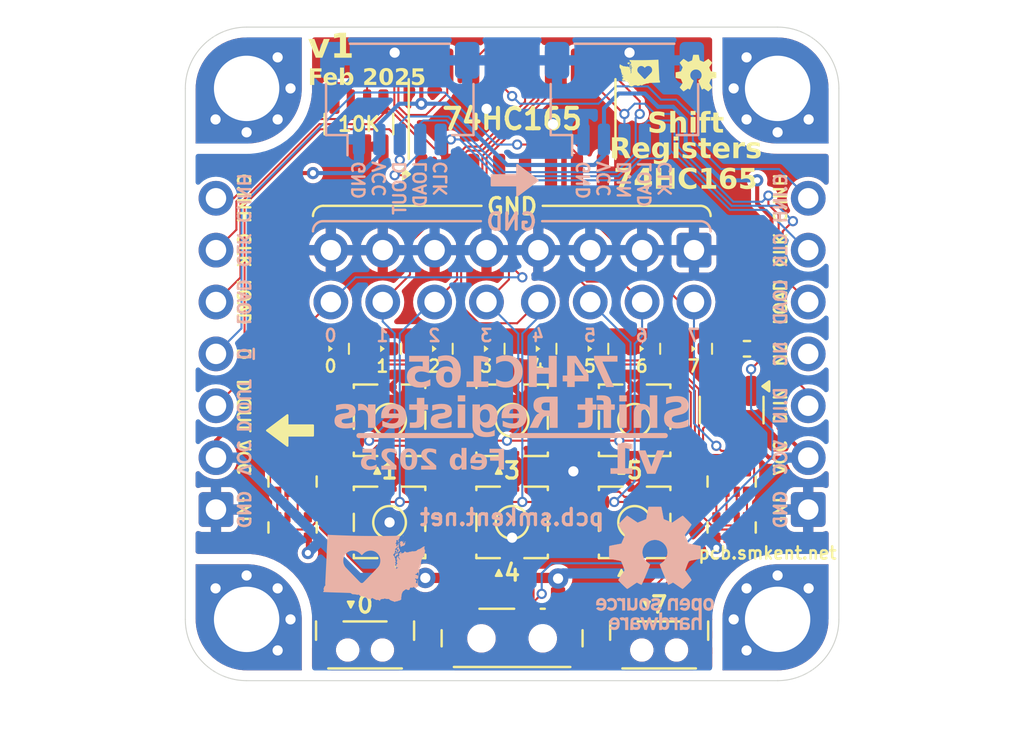
<source format=kicad_pcb>
(kicad_pcb (version 20240108) (generator "pcbnew") (generator_version "8.0")
  (layers (0 "F.Cu" signal) (31 "B.Cu" signal) (34 "B.Paste" user) (35 "F.Paste" user) (36 "B.SilkS" user "B.Silkscreen") (37 "F.SilkS" user "F.Silkscreen") (38 "B.Mask" user) (39 "F.Mask" user) (44 "Edge.Cuts" user))
  (net 0 "")
  (net 1 "Clock_T")
  (net 2 "Data_Out_T")
  (net 3 "Data_Out_Inv_T")
  (net 4 "VCC")
  (net 5 "Clock_Inhibit_T")
  (net 6 "Load_T")
  (net 7 "GND")
  (net 8 "Data_T")
  (net 10 "IN1")
  (net 11 "IN5")
  (net 12 "IN7")
  (net 13 "IN0")
  (net 14 "IN3")
  (net 15 "IN2")
  (net 16 "IN4")
  (net 17 "IN6")
  (net 18 "LED_VCC")
  (net 19 "/LED1_K_T")
  (net 20 "/LED2_K_T")
  (net 21 "/LED3_K_T")
  (net 22 "/LED4_K_T")
  (net 23 "/LED5_K_T")
  (net 24 "/LED6_K_T")
  (net 25 "/LED7_K_T")
  (net 26 "/LED8_K_T")
  (net 27 "LED_VCC_GATE_T")
  (footprint "Resistor_SMD:R_0402_1005Metric" (layer "F.Cu") (at 81.5 35.75 180)
    (property "Reference" "R1" (hide yes))
    (property "Value" "10K")
  )
  (footprint "discrete:R_Array_Convex_4x0603_HandSolder" (layer "F.Cu") (at 62.5 24.75 90)
    (property "Reference" "RN0" (hide yes))
    (property "Value" "10K")
  )
  (footprint "discrete:LED_0402_1005Metric" (layer "F.Cu") (at 61.11 35.75 180)
    (property "Reference" "LED1" (hide yes))
    (property "Value" "LED")
  )
  (footprint "electromechanical:SW_Push_1P1T_NO_3.3x3.3mm_MP" (layer "F.Cu") (at 70 39.25 180)
    (property "Reference" "SW4" (hide yes))
    (property "Value" "Tactile 3.3mm")
  )
  (footprint "mechanical:MountingHole_3.2mm_M3_5.4mm_Pad_Via_corner" (layer "F.Cu") (at 83 49 90)
    (property "Reference" "REF**" (hide yes))
    (property "Value" "MountingHole_3.2mm_M3_5.4mm_Pad_Via_corner" (hide yes))
  )
  (footprint "Package_TO_SOT_SMD:SOT-23" (layer "F.Cu") (at 80.75 38.75 -90)
    (property "Reference" "Q1" (hide yes))
    (property "Value" "AO3401A")
  )
  (footprint "electromechanical:SW_Push_1P1T_NO_3.3x3.3mm_MP" (layer "F.Cu") (at 70 44.25)
    (property "Reference" "SW5" (hide yes))
    (property "Value" "Tactile 3.3mm")
  )
  (footprint "electromechanical:SW_Push_1P1T-MP_NO_4.6x3mm_Horizontal" (layer "F.Cu") (at 77.2 50)
    (property "Reference" "SW8" (hide yes))
    (property "Value" "Tactile, right-angle")
  )
  (footprint "graphics:oshw-logo-2mm" (layer "F.Cu") (at 79 22.25)
    (property "Reference" "G***" (hide yes))
    (property "Value" "LOGO" (hide yes))
  )
  (footprint "discrete:R_Array_Convex_4x0402" (layer "F.Cu") (at 59.25 44.5 -90)
    (property "Reference" "RN3" (hide yes))
    (property "Value" "1K")
  )
  (footprint "discrete:LED_0402_1005Metric" (layer "F.Cu") (at 76.35 35.75 180)
    (property "Reference" "LED7" (hide yes))
    (property "Value" "LED")
  )
  (footprint "Package_SO:SO-16_3.9x9.9mm_P1.27mm" (layer "F.Cu") (at 70 24.5 90)
    (property "Reference" "U1" (hide yes))
    (property "Value" "74HC165")
  )
  (footprint "discrete:LED_0402_1005Metric" (layer "F.Cu") (at 71.27 35.75 180)
    (property "Reference" "LED5" (hide yes))
    (property "Value" "LED")
  )
  (footprint "discrete:LED_0402_1005Metric" (layer "F.Cu") (at 78.89 35.75 180)
    (property "Reference" "LED8" (hide yes))
    (property "Value" "LED")
  )
  (footprint "connector:PinHeader_2x08_P2.54mm_Vertical" (layer "F.Cu") (at 78.905 30.92 -90)
    (property "Reference" "J3" (hide yes))
    (property "Value" "Pin headers")
  )
  (footprint "discrete:LED_0402_1005Metric" (layer "F.Cu") (at 66.19 35.75 180)
    (property "Reference" "LED3" (hide yes))
    (property "Value" "LED")
  )
  (footprint "electromechanical:SW_SPDT_PCM12" (layer "F.Cu") (at 70 49.6)
    (property "Reference" "SW0" (hide yes))
    (property "Value" "SW_SPDT_MountingPin")
  )
  (footprint "discrete:LED_0402_1005Metric" (layer "F.Cu") (at 68.73 35.75 180)
    (property "Reference" "LED4" (hide yes))
    (property "Value" "LED")
  )
  (footprint "discrete:R_Array_Convex_4x0402" (layer "F.Cu") (at 80.75 42.25 90)
    (property "Reference" "RN2" (hide yes))
    (property "Value" "1K")
  )
  (footprint "mechanical:MountingHole_3.2mm_M3_5.4mm_Pad_Via_corner" (layer "F.Cu") (at 83 23 180)
    (property "Reference" "REF**" (hide yes))
    (property "Value" "MountingHole_3.2mm_M3_5.4mm_Pad_Via_corner" (hide yes))
  )
  (footprint "electromechanical:SW_Push_1P1T_NO_3.3x3.3mm_MP" (layer "F.Cu") (at 76 44.25)
    (property "Reference" "SW7" (hide yes))
    (property "Value" "Tactile 3.3mm")
  )
  (footprint "electromechanical:SW_Push_1P1T_NO_3.3x3.3mm_MP" (layer "F.Cu") (at 64 39.25 180)
    (property "Reference" "SW2" (hide yes))
    (property "Value" "Tactile 3.3mm")
  )
  (footprint "mechanical:MountingHole_3.2mm_M3_5.4mm_Pad_Via_corner" (layer "F.Cu") (at 57 49)
    (property "Reference" "REF**" (hide yes))
    (property "Value" "MountingHole_3.2mm_M3_5.4mm_Pad_Via_corner" (hide yes))
  )
  (footprint "discrete:LED_0402_1005Metric" (layer "F.Cu") (at 63.65 35.75 180)
    (property "Reference" "LED2" (hide yes))
    (property "Value" "LED")
  )
  (footprint "discrete:R_Array_Convex_4x0402" (layer "F.Cu") (at 80.75 44.5 -90)
    (property "Reference" "RN4" (hide yes))
    (property "Value" "1K")
  )
  (footprint "graphics:wa-state-heart-2mm" (layer "F.Cu") (at 76.25 22.25)
    (property "Reference" "G***" (hide yes))
    (property "Value" "LOGO" (hide yes))
  )
  (footprint "mechanical:MountingHole_3.2mm_M3_5.4mm_Pad_Via_corner" (layer "F.Cu") (at 57 23 -90)
    (property "Reference" "REF**" (hide yes))
    (property "Value" "MountingHole_3.2mm_M3_5.4mm_Pad_Via_corner" (hide yes))
  )
  (footprint "electromechanical:SW_Push_1P1T-MP_NO_4.6x3mm_Horizontal" (layer "F.Cu") (at 62.8 50)
    (property "Reference" "SW1" (hide yes))
    (property "Value" "Tactile, right-angle")
  )
  (footprint "discrete:LED_0402_1005Metric" (layer "F.Cu") (at 73.81 35.75 180)
    (property "Reference" "LED6" (hide yes))
    (property "Value" "LED")
  )
  (footprint "connector:PinSocket_1x07_P2.54mm_Horizontal" (layer "F.Cu") (at 84.5 43.62 180)
    (property "Reference" "J2" (hide yes))
    (property "Value" "Pin socket")
  )
  (footprint "connector:PinHeader_1x07_P2.54mm_Horizontal" (layer "F.Cu") (at 55.5 43.62 180)
    (property "Reference" "J1" (hide yes))
    (property "Value" "Pin headers")
  )
  (footprint "electromechanical:SW_Push_1P1T_NO_3.3x3.3mm_MP" (layer "F.Cu") (at 76 39.25 180)
    (property "Reference" "SW6" (hide yes))
    (property "Value" "Tactile 3.3mm")
  )
  (footprint "electromechanical:SW_Push_1P1T_NO_3.3x3.3mm_MP" (layer "F.Cu") (at 64 44.25)
    (property "Reference" "SW3" (hide yes))
    (property "Value" "Tactile 3.3mm")
  )
  (footprint "discrete:R_Array_Convex_4x0402" (layer "F.Cu") (at 59.25 42.25 90)
    (property "Reference" "RN1" (hide yes))
    (property "Value" "1K")
  )
  (footprint "Symbol:OSHW-Logo_5.7x6mm_SilkScreen" (layer "B.Cu") (at 77 46.5 180)
    (property "Reference" "REF**" (hide yes))
    (property "Value" "OSHW-Logo_5.7x6mm_SilkScreen" (hide yes))
  )
  (footprint "connector:JST_SH_SM05B-SRSS-TB_1x05-1MP_P1.00mm_Horizontal" (layer "B.Cu") (at 75.5 23.5)
    (property "Reference" "J7")
    (property "Value" "JST SH")
  )
  (footprint "graphics:wa-state-heart-5mm" (layer "B.Cu") (at 63.25 46.5 180)
    (property "Reference" "G***" (hide yes))
    (property "Value" "LOGO" (hide yes))
  )
  (footprint "connector:JST_SH_SM05B-SRSS-TB_1x05-1MP_P1.00mm_Horizontal" (layer "B.Cu") (at 64.5 23.5)
    (property "Reference" "J6")
    (property "Value" "JST SH")
  )
  (gr_arc (start 79.220588 29.5) (mid 79.574141 29.646447) (end 79.720588 30) (stroke (width 0.12)) (layer "B.SilkS"))
  (gr_line (start 77.5 40) (end 70 40) (stroke (width 0.25)) (layer "B.SilkS"))
  (gr_arc (start 60.249999 30) (mid 60.386149 29.656687) (end 60.720588 29.5) (stroke (width 0.12)) (layer "B.SilkS"))
  (gr_line (start 62.5 40) (end 68 40) (stroke (width 0.25)) (layer "B.SilkS"))
  (gr_line (start 60.750918 29.5) (end 68.470588 29.5) (stroke (width 0.12)) (layer "B.SilkS"))
  (gr_line (start 79.220588 29.5) (end 71.470588 29.5) (stroke (width 0.12)) (layer "B.SilkS"))
  (gr_poly (pts (xy 69 27.75) (xy 70.25 27.75) (xy 70.25 28.25) (xy 71.25 27.5) (xy 70.25 26.75) (xy 70.25 27.25) (xy 69 27.25)) (stroke (width 0.1)) (fill solid) (layer "B.SilkS"))
  (gr_poly (pts (xy 75.2 41.875) (xy 75.35 41.575) (xy 75.5 41.875)) (stroke (width 0.1)) (fill solid) (layer "F.SilkS"))
  (gr_poly (pts (xy 69.2 41.875) (xy 69.35 41.575) (xy 69.5 41.875)) (stroke (width 0.1)) (fill solid) (layer "F.SilkS"))
  (gr_arc (start 60.25 29.25) (mid 60.396447 28.896447) (end 60.75 28.75) (stroke (width 0.12)) (layer "F.SilkS"))
  (gr_poly (pts (xy 63.25 41.875) (xy 63.4 41.575) (xy 63.55 41.875)) (stroke (width 0.1)) (fill solid) (layer "F.SilkS"))
  (gr_poly (pts (xy 63.25 46.875) (xy 63.4 46.575) (xy 63.55 46.875)) (stroke (width 0.1)) (fill solid) (layer "F.SilkS"))
  (gr_poly (pts (xy 60.25 39.5) (xy 59 39.5) (xy 59 39) (xy 58 39.75) (xy 59 40.5) (xy 59 40) (xy 60.25 40)) (stroke (width 0.1)) (fill solid) (layer "F.SilkS"))
  (gr_poly (pts (xy 69.2 46.875) (xy 69.35 46.575) (xy 69.5 46.875)) (stroke (width 0.1)) (fill solid) (layer "F.SilkS"))
  (gr_line (start 60.75 28.75) (end 68.5 28.75) (stroke (width 0.12)) (layer "F.SilkS"))
  (gr_arc (start 79.25 28.75) (mid 79.584439 28.906687) (end 79.720589 29.25) (stroke (width 0.12)) (layer "F.SilkS"))
  (gr_poly (pts (xy 76.75 48.125) (xy 76.6 48.425) (xy 76.45 48.125)) (stroke (width 0.1)) (fill solid) (layer "F.SilkS"))
  (gr_poly (pts (xy 75.2 46.875) (xy 75.35 46.575) (xy 75.5 46.875)) (stroke (width 0.1)) (fill solid) (layer "F.SilkS"))
  (gr_poly (pts (xy 62.25 48.125) (xy 62.1 48.425) (xy 61.95 48.125)) (stroke (width 0.1)) (fill solid) (layer "F.SilkS"))
  (gr_line (start 79.21967 28.75) (end 71.5 28.75) (stroke (width 0.12)) (layer "F.SilkS"))
  (gr_line (start 54 49) (end 54 23) (stroke (width 0.05)) (layer "Edge.Cuts"))
  (gr_arc (start 83 20) (mid 85.12132 20.87868) (end 86 23) (stroke (width 0.05)) (layer "Edge.Cuts"))
  (gr_arc (start 86 49) (mid 85.12132 51.12132) (end 83 52) (stroke (width 0.05)) (layer "Edge.Cuts"))
  (gr_line (start 83 52) (end 57 52) (stroke (width 0.05)) (layer "Edge.Cuts"))
  (gr_line (start 86 23) (end 86 49) (stroke (width 0.05)) (layer "Edge.Cuts"))
  (gr_arc (start 54 23) (mid 54.87868 20.87868) (end 57 20) (stroke (width 0.05)) (layer "Edge.Cuts"))
  (gr_arc (start 57 52) (mid 54.87868 51.12132) (end 54 49) (stroke (width 0.05)) (layer "Edge.Cuts"))
  (gr_line (start 57 20) (end 83 20) (stroke (width 0.05)) (layer "Edge.Cuts"))
  (gr_text "D.IN" (at 83.5 38.54 90) (layer "B.SilkS") (effects (font (size 0.6 0.6) (thickness 0.12) (bold yes)) (justify bottom mirror)))
  (gr_text "GND" (at 69.970588 30 -0) (layer "B.SilkS") (effects (font (size 0.8 0.8) (thickness 0.16) (bold yes)) (justify bottom mirror)))
  (gr_text "7" (at 78.89 34.75 0) (layer "B.SilkS") (effects (font (size 0.6 0.6) (thickness 0.12) (bold yes)) (justify top mirror)))
  (gr_text "NC" (at 83.5 36 90) (layer "B.SilkS") (effects (font (size 0.6 0.6) (thickness 0.12) (bold yes)) (justify bottom mirror)))
  (gr_text "~{D}" (at 56.5 36 -90) (layer "B.SilkS") (effects (font (size 0.6 0.6) (thickness 0.12) (bold yes)) (justify bottom mirror)))
  (gr_text "D.OUT" (at 56.5 38.54 -90) (layer "B.SilkS") (effects (font (size 0.6 0.6) (thickness 0.12) (bold yes)) (justify bottom mirror)))
  (gr_text "v1" (at 77.5 41.25 0) (layer "B.SilkS") (effects (font (size 1.5 1.5) (thickness 0.24) (bold yes)) (justify left mirror)))
  (gr_text "2" (at 66.19 34.75 0) (layer "B.SilkS") (effects (font (size 0.6 0.6) (thickness 0.12) (bold yes)) (justify top mirror)))
  (gr_text "5" (at 73.81 34.75 0) (layer "B.SilkS") (effects (font (size 0.6 0.6) (thickness 0.12) (bold yes)) (justify top mirror)))
  (gr_text "3" (at 68.73 34.75 0) (layer "B.SilkS") (effects (font (size 0.6 0.6) (thickness 0.12) (bold yes)) (justify top mirror)))
  (gr_text "Shift Registers" (at 70 39 0) (layer "B.SilkS") (effects (font (size 1.5 1.5) (thickness 0.4) (bold yes)) (justify mirror)))
  (gr_text "1" (at 63.65 34.75 0) (layer "B.SilkS") (effects (font (size 0.6 0.6) (thickness 0.12) (bold yes)) (justify top mirror)))
  (gr_text "LOAD" (at 83.5 33.46 90) (layer "B.SilkS") (effects (font (size 0.6 0.6) (thickness 0.12) (bold yes)) (justify bottom mirror)))
  (gr_text "GND" (at 83.5 43.62 90) (layer "B.SilkS") (effects (font (size 0.6 0.6) (thickness 0.12) (bold yes)) (justify bottom mirror)))
  (gr_text "LOAD" (at 65.5 26.5 90) (layer "B.SilkS") (effects (font (size 0.6 0.6) (thickness 0.12) (bold yes)) (justify left mirror)))
  (gr_text "4" (at 71.27 34.75 0) (layer "B.SilkS") (effects (font (size 0.6 0.6) (thickness 0.12) (bold yes)) (justify top mirror)))
  (gr_text "GND" (at 56.5 43.62 -90) (layer "B.SilkS") (effects (font (size 0.6 0.6) (thickness 0.12) (bold yes)) (justify bottom mirror)))
  (gr_text "VCC" (at 56.5 41.08 -90) (layer "B.SilkS") (effects (font (size 0.6 0.6) (thickness 0.12) (bold yes)) (justify bottom mirror)))
  (gr_text "VCC" (at 74.5 26.5 90) (layer "B.SilkS") (effects (font (size 0.6 0.6) (thickness 0.12) (bold yes)) (justify left mirror)))
  (gr_text "Feb 2025" (at 62.5 41.25 0) (layer "B.SilkS") (effects (font (size 1 1) (thickness 0.2) (bold yes)) (justify right mirror)))
  (gr_text "D.IN" (at 75.5 26.5 90) (layer "B.SilkS") (effects (font (size 0.6 0.6) (thickness 0.12) (bold yes)) (justify left mirror)))
  (gr_text "pcb.smkent.net" (at 70 44 0) (layer "B.SilkS") (effects (font (size 0.8 0.8) (thickness 0.16) (bold yes)) (justify mirror)))
  (gr_text "74HC165" (at 70 37 0) (layer "B.SilkS") (effects (font (size 1.5 1.5) (thickness 0.4) (bold yes)) (justify mirror)))
  (gr_text "VCC" (at 83.5 41.08 90) (layer "B.SilkS") (effects (font (size 0.6 0.6) (thickness 0.12) (bold yes)) (justify bottom mirror)))
  (gr_text "D.OUT" (at 64.5 26.5 90) (layer "B.SilkS") (effects (font (size 0.6 0.6) (thickness 0.12) (bold yes)) (justify left mirror)))
  (gr_text "GND" (at 73.5 26.5 90) (layer "B.SilkS") (effects (font (size 0.6 0.6) (thickness 0.12) (bold yes)) (justify left mirror)))
  (gr_text "CLK" (at 66.5 26.5 90) (layer "B.SilkS") (effects (font (size 0.6 0.6) (thickness 0.12) (bold yes)) (justify left mirror)))
  (gr_text "LOAD" (at 56.5 33.46 -90) (layer "B.SilkS") (effects (font (size 0.6 0.6) (thickness 0.12) (bold yes)) (justify bottom mirror)))
  (gr_text "C.INH" (at 83.5 28.38 90) (layer "B.SilkS") (effects (font (size 0.6 0.6) (thickness 0.12) (bold yes)) (justify bottom mirror)))
  (gr_text "C.INH" (at 56.5 28.38 -90) (layer "B.SilkS") (effects (font (size 0.6 0.6) (thickness 0.12) (bold yes)) (justify bottom mirror)))
  (gr_text "CLK" (at 83.5 30.92 90) (layer "B.SilkS") (effects (font (size 0.6 0.6) (thickness 0.12) (bold yes)) (justify bottom mirror)))
  (gr_text "CLK" (at 56.5 30.92 -90) (layer "B.SilkS") (effects (font (size 0.6 0.6) (thickness 0.12) (bold yes)) (justify bottom mirror)))
  (gr_text "LOAD" (at 76.5 26.5 90) (layer "B.SilkS") (effects (font (size 0.6 0.6) (thickness 0.12) (bold yes)) (justify left mirror)))
  (gr_text "VCC" (at 63.5 26.5 90) (layer "B.SilkS") (effects (font (size 0.6 0.6) (thickness 0.12) (bold yes)) (justify left mirror)))
  (gr_text "6" (at 76.35 34.75 0) (layer "B.SilkS") (effects (font (size 0.6 0.6) (thickness 0.12) (bold yes)) (justify top mirror)))
  (gr_text "GND" (at 62.5 26.5 90) (layer "B.SilkS") (effects (font (size 0.6 0.6) (thickness 0.12) (bold yes)) (justify left mirror)))
  (gr_text "0" (at 61.11 34.75 0) (layer "B.SilkS") (effects (font (size 0.6 0.6) (thickness 0.12) (bold yes)) (justify top mirror)))
  (gr_text "CLK" (at 77.5 26.5 90) (layer "B.SilkS") (effects (font (size 0.6 0.6) (thickness 0.12) (bold yes)) (justify left mirror)))
  (gr_text "C.INH" (at 83.5 28.38 90) (layer "F.SilkS") (effects (font (size 0.6 0.6) (thickness 0.12) (bold yes)) (justify bottom)))
  (gr_text "74HC165" (at 78.5 27.5 0) (layer "F.SilkS") (effects (font (size 1 1) (thickness 0.4) (bold yes))))
  (gr_text "2" (at 66.19 36.25 0) (layer "F.SilkS") (effects (font (size 0.6 0.6) (thickness 0.12) (bold yes)) (justify top)))
  (gr_text "Feb 2025" (at 60 22.5 0) (layer "F.SilkS") (effects (font (size 0.8 0.8) (thickness 0.2) (bold yes)) (justify left)))
  (gr_text "1" (at 64 41.25 0) (layer "F.SilkS") (effects (font (size 0.8 0.8) (thickness 0.16) (bold yes)) (justify top)))
  (gr_text "Registers" (at 78.5 26 0) (layer "F.SilkS") (effects (font (size 1 1) (thickness 0.4) (bold yes))))
  (gr_text "3" (at 70 41.25 0) (layer "F.SilkS") (effects (font (size 0.8 0.8) (thickness 0.16) (bold yes)) (justify top)))
  (gr_text "5" (at 73.81 36.25 0) (layer "F.SilkS") (effects (font (size 0.6 0.6) (thickness 0.12) (bold yes)) (justify top)))
  (gr_text "NC" (at 83.5 36 90) (layer "F.SilkS") (effects (font (size 0.6 0.6) (thickness 0.12) (bold yes)) (justify bottom)))
  (gr_text "VCC" (at 56.5 41.08 -90) (layer "F.SilkS") (effects (font (size 0.6 0.6) (thickness 0.12) (bold yes)) (justify bottom)))
  (gr_text "~{D}" (at 56.5 36 -90) (layer "F.SilkS") (effects (font (size 0.6 0.6) (thickness 0.12) (bold yes)) (justify bottom)))
  (gr_text "5" (at 76 41.25 0) (layer "F.SilkS") (effects (font (size 0.8 0.8) (thickness 0.16) (bold yes)) (justify top)))
  (gr_text "7" (at 78.89 36.25 0) (layer "F.SilkS") (effects (font (size 0.6 0.6) (thickness 0.12) (bold yes)) (justify top)))
  (gr_text "GND" (at 83.5 43.62 90) (layer "F.SilkS") (effects (font (size 0.6 0.6) (thickness 0.12) (bold yes)) (justify bottom)))
  (gr_text "C.INH" (at 56.5 28.38 -90) (layer "F.SilkS") (effects (font (size 0.6 0.6) (thickness 0.12) (bold yes)) (justify bottom)))
  (gr_text "LOAD" (at 56.5 33.46 -90) (layer "F.SilkS") (effects (font (size 0.6 0.6) (thickness 0.12) (bold yes)) (justify bottom)))
  (gr_text "2" (at 64 46.25 0) (layer "F.SilkS") (effects (font (size 0.8 0.8) (thickness 0.16) (bold yes)) (justify top)))
  (gr_text "D.OUT" (at 56.5 38.54 -90) (layer "F.SilkS") (effects (font (size 0.6 0.6) (thickness 0.12) (bold yes)) (justify bottom)))
  (gr_text "7" (at 77.2 48.75 0) (layer "F.SilkS") (effects (font (size 0.8 0.8) (thickness 0.16) (bold yes)) (justify bottom)))
  (gr_text "LOAD" (at 83.5 33.46 90) (layer "F.SilkS") (effects (font (size 0.6 0.6) (thickness 0.12) (bold yes)) (justify bottom)))
  (gr_text "D.IN" (at 83.5 38.54 90) (layer "F.SilkS") (effects (font (size 0.6 0.6) (thickness 0.12) (bold yes)) (justify bottom)))
  (gr_text "3" (at 68.73 36.25 0) (layer "F.SilkS") (effects (font (size 0.6 0.6) (thickness 0.12) (bold yes)) (justify top)))
  (gr_text "0" (at 62.8 48.75 0) (layer "F.SilkS") (effects (font (size 0.8 0.8) (thickness 0.16) (bold yes)) (justify bottom)))
  (gr_text "CLK" (at 56.5 30.92 -90) (layer "F.SilkS") (effects (font (size 0.6 0.6) (thickness 0.12) (bold yes)) (justify bottom)))
  (gr_text "6" (at 76.35 36.25 0) (layer "F.SilkS") (effects (font (size 0.6 0.6) (thickness 0.12) (bold yes)) (justify top)))
  (gr_text "6" (at 76 46.25 0) (layer "F.SilkS") (effects (font (size 0.8 0.8) (thickness 0.16) (bold yes)) (justify top)))
  (gr_text "GND" (at 56.5 43.62 -90) (layer "F.SilkS") (effects (font (size 0.6 0.6) (thickness 0.12) (bold yes)) (justify bottom)))
  (gr_text "0" (at 61.11 36.25 0) (layer "F.SilkS") (effects (font (size 0.6 0.6) (thickness 0.12) (bold yes)) (justify top)))
  (gr_text "Shift" (at 78.5 24.75 0) (layer "F.SilkS") (effects (font (size 1 1) (thickness 0.4) (bold yes))))
  (gr_text "VCC" (at 83.5 41.08 90) (layer "F.SilkS") (effects (font (size 0.6 0.6) (thickness 0.12) (bold yes)) (justify bottom)))
  (gr_text "4" (at 71.27 36.25 0) (layer "F.SilkS") (effects (font (size 0.6 0.6) (thickness 0.12) (bold yes)) (justify top)))
  (gr_text "4" (at 70 46.25 0) (layer "F.SilkS") (effects (font (size 0.8 0.8) (thickness 0.16) (bold yes)) (justify top)))
  (gr_text "pcb.smkent.net" (at 82.5 45.75 0) (layer "F.SilkS") (effects (font (size 0.6 0.6) (thickness 0.12) (bold yes))))
  (gr_text "1" (at 63.65 36.25 0) (layer "F.SilkS") (effects (font (size 0.6 0.6) (thickness 0.12) (bold yes)) (justify top)))
  (gr_text "v1" (at 60 21 0) (layer "F.SilkS") (effects (font (size 1.2 1.2) (thickness 0.24) (bold yes)) (justify left)))
  (gr_text "GND" (at 70 29.25 0) (layer "F.SilkS") (effects (font (size 0.8 0.8) (thickness 0.16) (bold yes)) (justify bottom)))
  (gr_text "CLK" (at 83.5 30.92 90) (layer "F.SilkS") (effects (font (size 0.6 0.6) (thickness 0.12) (bold yes)) (justify bottom)))
  (gr_text "74HC165" (at 70 24.5 0) (layer "F.SilkS") (effects (font (size 1 1) (thickness 0.2) (bold yes))))
  (segment (start 63.032842 22.75) (end 64.232818 22.75) (width 0.1) (layer "F.Cu") (net 1))
  (segment (start 56.5 29.92) (end 56.5 28.532842) (width 0.1) (layer "F.Cu") (net 1))
  (segment (start 64.232818 23.982818) (end 66.825 26.575) (width 0.1) (layer "F.Cu") (net 1))
  (segment (start 62.9 22.882842) (end 63.032842 22.75) (width 0.1) (layer "F.Cu") (net 1))
  (segment (start 66.825 27.075) (end 66.825 25.675) (width 0.1) (layer "F.Cu") (net 1))
  (segment (start 62.9 24.032843) (end 62.9 23.65) (width 0.1) (layer "F.Cu") (net 1))
  (segment (start 66.825 25.675) (end 67 25.5) (width 0.1) (layer "F.Cu") (net 1))
  (segment (start 64.232818 22.75) (end 64.232818 23.982818) (width 0.1) (layer "F.Cu") (net 1))
  (segment (start 62.432843 24.5) (end 62.9 24.032843) (width 0.1) (layer "F.Cu") (net 1))
  (segment (start 66.825 26.575) (end 66.825 27.075) (width 0.1) (layer "F.Cu") (net 1))
  (segment (start 56.5 28.532842) (end 60.532842 24.5) (width 0.1) (layer "F.Cu") (net 1))
  (segment (start 62.9 23.65) (end 62.9 22.882842) (width 0.1) (layer "F.Cu") (net 1))
  (segment (start 60.532842 24.5) (end 62.432843 24.5) (width 0.1) (layer "F.Cu") (net 1))
  (segment (start 55.5 30.92) (end 56.5 29.92) (width 0.1) (layer "F.Cu") (net 1))
  (via (at 67 25.5) (size 0.5) (drill 0.3) (layers "F.Cu" "B.Cu") (net 1))
  (segment (start 67.439339 25.5) (end 67 25.5) (width 0.1) (layer "B.Cu") (net 1))
  (segment (start 77.5 25.5) (end 77.5 26.25) (width 0.1) (layer "B.Cu") (net 1))
  (segment (start 80.667157 28.95) (end 77.5 25.782843) (width 0.1) (layer "B.Cu") (net 1))
  (segment (start 77.325 26.425) (end 76.344106 26.425) (width 0.1) (layer "B.Cu") (net 1))
  (segment (start 75.269106 27.5) (end 69.439339 27.5) (width 0.1) (layer "B.Cu") (net 1))
  (segment (start 77.5 25.782843) (end 77.5 25.5) (width 0.1) (layer "B.Cu") (net 1))
  (segment (start 77.5 26.25) (end 77.325 26.425) (width 0.1) (layer "B.Cu") (net 1))
  (segment (start 82.45 28.95) (end 80.667157 28.95) (width 0.1) (layer "B.Cu") (net 1))
  (segment (start 67 25.5) (end 66.5 25.5) (width 0.1) (layer "B.Cu") (net 1))
  (segment (start 69.439339 27.5) (end 67.439339 25.5) (width 0.1) (layer "B.Cu") (net 1))
  (segment (start 76.344106 26.425) (end 75.269106 27.5) (width 0.1) (layer "B.Cu") (net 1))
  (segment (start 84.42 30.92) (end 82.45 28.95) (width 0.1) (layer "B.Cu") (net 1))
  (segment (start 84.5 30.92) (end 84.42 30.92) (width 0.1) (layer "B.Cu") (net 1))
  (segment (start 56.9 28.698526) (end 56.9 37.14) (width 0.1) (layer "F.Cu") (net 2))
  (segment (start 76.25 23.625) (end 74.55 21.925) (width 0.1) (layer "F.Cu") (net 2))
  (segment (start 64.5 26.5) (end 64.5 25.516206) (width 0.1) (layer "F.Cu") (net 2))
  (segment (start 76.25 24.25) (end 76.25 23.625) (width 0.1) (layer "F.Cu") (net 2))
  (segment (start 56.9 37.14) (end 55.5 38.54) (width 0.1) (layer "F.Cu") (net 2))
  (segment (start 63.983794 25) (end 60.598526 25) (width 0.1) (layer "F.Cu") (net 2))
  (segment (start 74.55 21.925) (end 74.445 21.925) (width 0.1) (layer "F.Cu") (net 2))
  (segment (start 64.5 25.516206) (end 63.983794 25) (width 0.1) (layer "F.Cu") (net 2))
  (segment (start 60.598526 25) (end 56.9 28.698526) (width 0.1) (layer "F.Cu") (net 2))
  (via (at 64.5 26.5) (size 0.5) (drill 0.3) (layers "F.Cu" "B.Cu") (net 2))
  (via (at 76.25 24.25) (size 0.5) (drill 0.3) (layers "F.Cu" "B.Cu") (net 2))
  (segment (start 69.605025 27.1) (end 66.880025 24.375) (width 0.1) (layer "B.Cu") (net 2))
  (segment (start 76.05 24.45) (end 76.05 26.15342) (width 0.1) (layer "B.Cu") (net 2))
  (segment (start 76.05 26.15342) (end 75.10342 27.1) (width 0.1) (layer "B.Cu") (net 2))
  (segment (start 76.25 24.25) (end 76.05 24.45) (width 0.1) (layer "B.Cu") (net 2))
  (segment (start 64.5 24.725001) (end 64.5 25.5) (width 0.1) (layer "B.Cu") (net 2))
  (segment (start 64.850001 24.375) (end 64.5 24.725001) (width 0.1) (layer "B.Cu") (net 2))
  (segment (start 75.10342 27.1) (end 69.605025 27.1) (width 0.1) (layer "B.Cu") (net 2))
  (segment (start 66.880025 24.375) (end 64.850001 24.375) (width 0.1) (layer "B.Cu") (net 2))
  (segment (start 64.5 25.5) (end 64.5 26.5) (width 0.1) (layer "B.Cu") (net 2))
  (segment (start 73.175 27.075) (end 73.175 26.200001) (width 0.1) (layer "F.Cu") (net 3))
  (segment (start 73.175 26.200001) (end 72.724999 25.75) (width 0.1) (layer "F.Cu") (net 3))
  (segment (start 72.724999 25.75) (end 70.25 25.75) (width 0.1) (layer "F.Cu") (net 3))
  (via (at 70.25 25.75) (size 0.5) (drill 0.3) (layers "F.Cu" "B.Cu") (net 3))
  (segment (start 66.694974 23.2) (end 62.3 23.2) (width 0.1) (layer "B.Cu") (net 3))
  (segment (start 56.75 34.75) (end 55.5 36) (width 0.1) (layer "B.Cu") (net 3))
  (segment (start 70.25 25.75) (end 69.244974 25.75) (width 0.1) (layer "B.Cu") (net 3))
  (segment (start 56.75 28.75) (end 56.75 34.75) (width 0.1) (layer "B.Cu") (net 3))
  (segment (start 62.3 23.2) (end 56.75 28.75) (width 0.1) (layer "B.Cu") (net 3))
  (segment (start 69.244974 25.75) (end 66.694974 23.2) (width 0.1) (layer "B.Cu") (net 3))
  (segment (start 83.05 32.814974) (end 83.05 38.177818) (width 0.2) (layer "F.Cu") (net 4))
  (segment (start 56.75 39) (end 55.5 40.25) (width 0.2) (layer "F.Cu") (net 4))
  (segment (start 84.5 41.08) (end 82.574975 41.08) (width 0.2) (layer "F.Cu") (net 4))
  (segment (start 83.05 38.177818) (end 83.05 39.63) (width 0.2) (layer "F.Cu") (net 4))
  (segment (start 82.012076 40.517101) (end 81.426535 40.517101) (width 0.2) (layer "F.Cu") (net 4))
  (segment (start 60 45) (end 60 45.75) (width 0.2) (layer "F.Cu") (net 4))
  (segment (start 57.25 28.8435) (end 57.25 37.284975) (width 0.2) (layer "F.Cu") (net 4))
  (segment (start 80 45) (end 80 45.5) (width 0.2) (layer "F.Cu") (net 4))
  (segment (start 57.25 37.284975) (end 56.75 37.784975) (width 0.2) (layer "F.Cu") (net 4))
  (segment (start 81.426535 40.517101) (end 80.75 39.840566) (width 0.2) (layer "F.Cu") (net 4))
  (segment (start 82.7 29.331372) (end 82.7 32.464974) (width 0.2) (layer "F.Cu") (net 4))
  (segment (start 80.75 39.840566) (end 80.75 39.6875) (width 0.2) (layer "F.Cu") (net 4))
  (segment (start 65.75 46.97) (end 72.22 46.97) (width 0.5) (layer "F.Cu") (net 4))
  (segment (start 81.5 45) (end 80 45) (width 0.2) (layer "F.Cu") (net 4))
  (segment (start 55.5 40.25) (end 55.5 41.08) (width 0.2) (layer "F.Cu") (net 4))
  (segment (start 72.25 48.17) (end 72.25 47) (width 0.5) (layer "F.Cu") (net 4))
  (segment (start 82.574975 41.08) (end 82.012076 40.517101) (width 0.2) (layer "F.Cu") (net 4))
  (segment (start 60.25 27.147012) (end 58.946488 27.147012) (width 0.2) (layer "F.Cu") (net 4))
  (segment (start 82 27.5) (end 82 28.631372) (width 0.2) (layer "F.Cu") (net 4))
  (segment (start 58.946488 27.147012) (end 57.25 28.8435) (width 0.2) (layer "F.Cu") (net 4))
  (segment (start 82.7 32.464974) (end 83.05 32.814974) (width 0.2) (layer "F.Cu") (net 4))
  (segment (start 56.75 37.784975) (end 56.75 39) (width 0.2) (layer "F.Cu") (net 4))
  (segment (start 82 28.631372) (end 82.7 29.331372) (width 0.2) (layer "F.Cu") (net 4))
  (segment (start 58.5 45) (end 60 45) (width 0.2) (layer "F.Cu") (net 4))
  (segment (start 83.05 39.63) (end 84.5 41.08) (width 0.2) (layer "F.Cu") (net 4))
  (segment (start 72.22 46.97) (end 72.25 47) (width 0.5) (layer "F.Cu") (net 4))
  (segment (start 65.555 21.925) (end 65.555 23.75) (width 0.2) (layer "F.Cu") (net 4))
  (via (at 80 45.5) (size 0.6) (drill 0.3) (layers "F.Cu" "B.Cu") (net 4))
  (via (at 60.25 27.147012) (size 0.6) (drill 0.3) (layers "F.Cu" "B.Cu") (net 4))
  (via (at 60 45.75) (size 0.6) (drill 0.3) (layers "F.Cu" "B.Cu") (net 4))
  (via (at 65.555 23.75) (size 0.6) (drill 0.3) (layers "F.Cu" "B.Cu") (net 4))
  (via (at 65.75 46.97) (size 1) (drill 0.5) (layers "F.Cu" "B.Cu") (net 4))
  (via (at 72.25 47) (size 1) (drill 0.5) (layers "F.Cu" "B.Cu") (net 4))
  (via (at 82 27.5) (size 0.6) (drill 0.3) (layers "F.Cu" "B.Cu") (net 4))
  (segment (start 78.5 24.518762) (end 78.5 25.722184) (width 0.2) (layer "B.Cu") (net 4))
  (segment (start 79.500001 45.000001) (end 80 45.5) (width 0.5) (layer "B.Cu") (net 4))
  (segment (start 63.5 26.274999) (end 63.5 25.5) (width 0.2) (layer "B.Cu") (net 4))
  (segment (start 74.5 25.5) (end 74.5 23.972182) (width 0.2) (layer "B.Cu") (net 4))
  (segment (start 63.5 24.725001) (end 63.5 25.5) (width 0.2) (layer "B.Cu") (net 4))
  (segment (start 79.500001 45) (end 79.000001 45.5) (width 0.5) (layer "B.Cu") (net 4))
  (segment (start 77.750001 46.75) (end 72.5 46.75) (width 0.5) (layer "B.Cu") (net 4))
  (segment (start 74.024999 26.75) (end 74.5 26.274999) (width 0.2) (layer "B.Cu") (net 4))
  (segment (start 69.75 26.75) (end 74.024999 26.75) (width 0.2) (layer "B.Cu") (net 4))
  (segment (start 74.5 23.972182) (end 75.222182 23.25) (width 0.2) (layer "B.Cu") (net 4))
  (segment (start 60.25 27.147012) (end 62.627987 27.147012) (width 0.2) (layer "B.Cu") (net 4))
  (segment (start 74.5 26.274999) (end 74.5 25.5) (width 0.2) (layer "B.Cu") (net 4))
  (segment (start 79.000001 45.5) (end 77.750001 46.75) (width 0.5) (layer "B.Cu") (net 4))
  (segment (start 79.750001 44.75) (end 79.500001 45) (width 0.5) (layer "B.Cu") (net 4))
  (segment (start 83.420001 41.08) (end 84.5 41.08) (width 0.5) (layer "B.Cu") (net 4))
  (segment (start 79.500001 45) (end 79.500001 45.000001) (width 0.5) (layer "B.Cu") (net 4))
  (segment (start 80.277816 27.5) (end 82 27.5) (width 0.2) (layer "B.Cu") (net 4))
  (segment (start 78.5 25.722184) (end 80.277816 27.5) (width 0.2) (layer "B.Cu") (net 4))
  (segment (start 65.75 46.97) (end 62.47 46.97) (width 0.5) (layer "B.Cu") (net 4))
  (segment (start 77.144974 23.9) (end 77.881238 23.9) (width 0.2) (layer "B.Cu") (net 4))
  (segment (start 66.75 23.75) (end 69.75 26.75) (width 0.2) (layer "B.Cu") (net 4))
  (segment (start 77.881238 23.9) (end 78.5 24.518762) (width 0.2) (layer "B.Cu") (net 4))
  (segment (start 75.222182 23.25) (end 76.494974 23.25) (width 0.2) (layer "B.Cu") (net 4))
  (segment (start 60.625 45.125) (end 60 45.75) (width 0.5) (layer "B.Cu") (net 4))
  (segment (start 76.494974 23.25) (end 77.144974 23.9) (width 0.2) (layer "B.Cu") (net 4))
  (segment (start 62.47 46.97) (end 56.58 41.08) (width 0.5) (layer "B.Cu") (net 4))
  (segment (start 65.555 23.75) (end 66.75 23.75) (width 0.2) (layer "B.Cu") (net 4))
  (segment (start 64.475001 23.75) (end 65.555 23.75) (width 0.2) (layer "B.Cu") (net 4))
  (segment (start 62.627987 27.147012) (end 63.5 26.274999) (width 0.2) (layer "B.Cu") (net 4))
  (segment (start 72.5 46.75) (end 72.25 47) (width 0.5) (layer "B.Cu") (net 4))
  (segment (start 56.58 41.08) (end 55.5 41.08) (width 0.5) (layer "B.Cu") (net 4))
  (segment (start 64.475001 23.75) (end 63.5 24.725001) (width 0.2) (layer "B.Cu") (net 4))
  (segment (start 79.750001 44.75) (end 83.420001 41.08) (width 0.5) (layer "B.Cu") (net 4))
  (segment (start 62.3 22.55) (end 62.1 22.75) (width 0.1) (layer "F.Cu") (net 5))
  (segment (start 67.025001 23) (end 66.825 22.799999) (width 0.1) (layer "F.Cu") (net 5))
  (segment (start 62.1 22.75) (end 62.1 23.65) (width 0.1) (layer "F.Cu") (net 5))
  (segment (start 56.37 28.38) (end 60.75 24) (width 0.1) (layer "F.Cu") (net 5))
  (segment (start 69.625 23) (end 67.025001 23) (width 0.1) (layer "F.Cu") (net 5))
  (segment (start 66.825 23.257818) (end 65.782818 24.3) (width 0.1) (layer "F.Cu") (net 5))
  (segment (start 64.432818 22.667157) (end 64.315661 22.55) (width 0.1) (layer "F.Cu") (net 5))
  (segment (start 66.825 22.799999) (end 66.825 21.925) (width 0.1) (layer "F.Cu") (net 5))
  (segment (start 55.5 28.38) (end 56.37 28.38) (width 0.1) (layer "F.Cu") (net 5))
  (segment (start 64.432818 23.899976) (end 64.432818 22.667157) (width 0.1) (layer "F.Cu") (net 5))
  (segment (start 60.75 23.066206) (end 61.066206 22.75) (width 0.1) (layer "F.Cu") (net 5))
  (segment (start 65.782818 24.3) (end 64.832842 24.3) (width 0.1) (layer "F.Cu") (net 5))
  (segment (start 61.066206 22.75) (end 62.1 22.75) (width 0.1) (layer "F.Cu") (net 5))
  (segment (start 70 23.375) (end 69.625 23) (width 0.1) (layer "F.Cu") (net 5))
  (segment (start 66.825 21.925) (end 66.825 23.257818) (width 0.1) (layer "F.Cu") (net 5))
  (segment (start 60.75 24) (end 60.75 23.066206) (width 0.1) (layer "F.Cu") (net 5))
  (segment (start 64.832842 24.3) (end 64.432818 23.899976) (width 0.1) (layer "F.Cu") (net 5))
  (segment (start 64.315661 22.55) (end 62.3 22.55) (width 0.1) (layer "F.Cu") (net 5))
  (via (at 70 23.375) (size 0.5) (drill 0.3) (layers "F.Cu" "B.Cu") (net 5))
  (segment (start 78.026213 23.55) (end 78.85 24.373787) (width 0.1) (layer "B.Cu") (net 5))
  (segment (start 70 23.375) (end 70.375 23.75) (width 0.1) (layer "B.Cu") (net 5))
  (segment (start 77.289948 23.55) (end 78.026213 23.55) (width 0.1) (layer "B.Cu") (net 5))
  (segment (start 80.22279 26.95) (end 83.07 26.95) (width 0.1) (layer "B.Cu") (net 5))
  (segment (start 83.07 26.95) (end 84.5 28.38) (width 0.1) (layer "B.Cu") (net 5))
  (segment (start 70.375 23.75) (end 74.227208 23.75) (width 0.1) (layer "B.Cu") (net 5))
  (segment (start 78.85 25.57721) (end 80.22279 26.95) (width 0.1) (layer "B.Cu") (net 5))
  (segment (start 74.227208 23.75) (end 75.077208 22.9) (width 0.1) (layer "B.Cu") (net 5))
  (segment (start 76.639948 22.9) (end 77.289948 23.55) (width 0.1) (layer "B.Cu") (net 5))
  (segment (start 78.85 24.373787) (end 78.85 25.57721) (width 0.1) (layer "B.Cu") (net 5))
  (segment (start 75.077208 22.9) (end 76.639948 22.9) (width 0.1) (layer "B.Cu") (net 5))
  (segment (start 83.25 32.21) (end 84.5 33.46) (width 0.1) (layer "F.Cu") (net 6))
  (segment (start 63.7 23.732842) (end 63.7 23.65) (width 0.1) (layer "F.Cu") (net 6))
  (segment (start 64.25 27.25) (end 65.38 27.25) (width 0.1) (layer "F.Cu") (net 6))
  (segment (start 65.555 25.587842) (end 63.7 23.732842) (width 0.1) (layer "F.Cu") (net 6))
  (segment (start 65.38 27.25) (end 65.555 27.075) (width 0.1) (layer "F.Cu") (net 6))
  (segment (start 65.555 27.075) (end 65.555 25.587842) (width 0.1) (layer "F.Cu") (net 6))
  (segment (start 60.565684 24.75) (end 56.7 28.615684) (width 0.1) (layer "F.Cu") (net 6))
  (segment (start 63.7 23.65) (end 63.7 24.249999) (width 0.1) (layer "F.Cu") (net 6))
  (segment (start 63.7 24.249999) (end 63.199999 24.75) (width 0.1) (layer "F.Cu") (net 6))
  (segment (start 83.25 30) (end 83.25 32.21) (width 0.1) (layer "F.Cu") (net 6))
  (segment (start 56.7 28.615684) (end 56.7 32.26) (width 0.1) (layer "F.Cu") (net 6))
  (segment (start 83.75 29.5) (end 83.25 30) (width 0.1) (layer "F.Cu") (net 6))
  (segment (start 63.199999 24.75) (end 60.565684 24.75) (width 0.1) (layer "F.Cu") (net 6))
  (segment (start 56.7 32.26) (end 55.5 33.46) (width 0.1) (layer "F.Cu") (net 6))
  (via (at 83.75 29.5) (size 0.5) (drill 0.3) (layers "F.Cu" "B.Cu") (net 6))
  (via (at 64.25 27.25) (size 0.5) (drill 0.3) (layers "F.Cu" "B.Cu") (net 6))
  (segment (start 76.5 24.725001) (end 76.5 25.5) (width 0.1) (layer "B.Cu") (net 6))
  (segment (start 76.5 25.986263) (end 76.5 25.5) (width 0.1) (layer "B.Cu") (net 6))
  (segment (start 77.95 25.95) (end 77.95 24.74658) (width 0.1) (layer "B.Cu") (net 6))
  (segment (start 83 28.75) (end 80.75 28.75) (width 0.1) (layer "B.Cu") (net 6))
  (segment (start 83.75 29.5) (end 83 28.75) (width 0.1) (layer "B.Cu") (net 6))
  (segment (start 66.968762 24.74658) (end 69.522182 27.3) (width 0.1) (layer "B.Cu") (net 6))
  (segment (start 66.77842 24.575) (end 66.95 24.74658) (width 0.1) (layer "B.Cu") (net 6))
  (segment (start 69.522182 27.3) (end 75.186263 27.3) (width 0.1) (layer "B.Cu") (net 6))
  (segment (start 65.5 24.725001) (end 65.650001 24.575) (width 0.1) (layer "B.Cu") (net 6))
  (segment (start 80.75 28.75) (end 77.95 25.95) (width 0.1) (layer "B.Cu") (net 6))
  (segment (start 65.5 26.136397) (end 65.5 25.5) (width 0.1) (layer "B.Cu") (net 6))
  (segment (start 65.650001 24.575) (end 66.77842 24.575) (width 0.1) (layer "B.Cu") (net 6))
  (segment (start 64.386397 27.25) (end 65.5 26.136397) (width 0.1) (layer "B.Cu") (net 6))
  (segment (start 76.650001 24.575) (end 76.5 24.725001) (width 0.1) (layer "B.Cu") (net 6))
  (segment (start 77.95 24.74658) (end 77.77842 24.575) (width 0.1) (layer "B.Cu") (net 6))
  (segment (start 77.77842 24.575) (end 76.650001 24.575) (width 0.1) (layer "B.Cu") (net 6))
  (segment (start 66.95 24.74658) (end 66.968762 24.74658) (width 0.1) (layer "B.Cu") (net 6))
  (segment (start 65.5 25.5) (end 65.5 24.725001) (width 0.1) (layer "B.Cu") (net 6))
  (segment (start 64.25 27.25) (end 64.386397 27.25) (width 0.1) (layer "B.Cu") (net 6))
  (segment (start 75.186263 27.3) (end 76.5 25.986263) (width 0.1) (layer "B.Cu") (net 6))
  (segment (start 60.5 50.85) (end 60.305 50.655) (width 0.2) (layer "F.Cu") (net 7))
  (segment (start 60.355 49.05) (end 60.305 49) (width 0.2) (layer "F.Cu") (net 7))
  (segment (start 61.1 49.05) (end 60.355 49.05) (width 0.2) (layer "F.Cu") (net 7))
  (segment (start 79.695 50.655) (end 79.695 49) (width 0.2) (layer "F.Cu") (net 7))
  (segment (start 79.645 49.05) (end 79.695 49) (width 0.2) (layer "F.Cu") (net 7))
  (segment (start 60.305 50.655) (end 60.305 50.25) (width 0.2) (layer "F.Cu") (net 7))
  (segment (start 79.695 47.305) (end 80.25 46.75) (width 0.2) (layer "F.Cu") (net 7))
  (segment (start 60.305 49) (end 60.305 47.627546) (width 0.2) (layer "F.Cu") (net 7))
  (segment (start 79.5 50.85) (end 79.695 50.655) (width 0.2) (layer "F.Cu") (net 7))
  (segment (start 60.305 50.25) (end 60.305 49) (width 0.2) (layer "F.Cu") (net 7))
  (segment (start 78.9 49.05) (end 79.645 49.05) (width 0.2) (layer "F.Cu") (net 7))
  (segment (start 60.305 47.627546) (end 60.088727 47.411273) (width 0.2) (layer "F.Cu") (net 7))
  (segment (start 79.695 49) (end 79.695 47.305) (width 0.2) (layer "F.Cu") (net 7))
  (via (at 73 41.75) (size 1) (drill 0.5) (layers "F.Cu" "B.Cu") (net 7))
  (via (at 72 24.75) (size 1) (drill 0.5) (layers "F.Cu" "B.Cu") (net 7))
  (via (at 64 44.25) (size 1) (drill 0.5) (layers "F.Cu" "B.Cu") (net 7))
  (via (at 75.75 21.25) (size 1) (drill 0.5) (layers "F.Cu" "B.Cu") (net 7))
  (via (at 68.75 24) (size 1) (drill 0.5) (layers "F.Cu" "B.Cu") (net 7))
  (via (at 64.25 21.25) (size 1) (drill 0.5) (layers "F.Cu" "B.Cu") (net 7))
  (via (at 70 45) (size 1) (drill 0.5) (layers "F.Cu" "B.Cu") (net 7))
  (segment (start 83.05 32.32) (end 83.4 32.67) (width 0.1) (layer "F.Cu") (net 8))
  (segment (start 83.4 32.67) (end 83.4 36.802817) (width 0.1) (layer "F.Cu") (net 8))
  (segment (start 84.5 37.902817) (end 84.5 38.54) (width 0.1) (layer "F.Cu") (net 8))
  (segment (start 82.55 28.25) (end 82.55 28.686397) (width 0.1) (layer "F.Cu") (net 8))
  (segment (start 83.4 36.802817) (end 84.5 37.902817) (width 0.1) (layer "F.Cu") (net 8))
  (segment (start 83.05 29.186397) (end 83.05 32.32) (width 0.1) (layer "F.Cu") (net 8))
  (segment (start 75.46658 24.25) (end 73.175 21.95842) (width 0.1) (layer "F.Cu") (net 8))
  (segment (start 73.175 21.95842) (end 73.175 21.925) (width 0.1) (layer "F.Cu") (net 8))
  (segment (start 82.55 28.686397) (end 83.05 29.186397) (width 0.1) (layer "F.Cu") (net 8))
  (segment (start 75.5 24.25) (end 75.46658 24.25) (width 0.1) (layer "F.Cu") (net 8))
  (via (at 82.55 28.25) (size 0.5) (drill 0.3) (layers "F.Cu" "B.Cu") (net 8))
  (via (at 75.5 24.25) (size 0.5) (drill 0.3) (layers "F.Cu" "B.Cu") (net 8))
  (segment (start 80.832842 28.55) (end 78.15 25.867158) (width 0.1) (layer "B.Cu") (net 8))
  (segment (start 82.55 28.25) (end 82.25 28.55) (width 0.1) (layer "B.Cu") (net 8))
  (segment (start 76 23.75) (end 75.5 24.25) (width 0.1) (layer "B.Cu") (net 8))
  (segment (start 76.5 23.75) (end 76 23.75) (width 0.1) (layer "B.Cu") (net 8))
  (segment (start 78.15 24.663737) (end 77.736263 24.25) (width 0.1) (layer "B.Cu") (net 8))
  (segment (start 75.5 24.25) (end 75.5 25.5) (width 0.1) (layer "B.Cu") (net 8))
  (segment (start 77.736263 24.25) (end 77 24.25) (width 0.1) (layer "B.Cu") (net 8))
  (segment (start 78.15 25.867158) (end 78.15 24.663737) (width 0.1) (layer "B.Cu") (net 8))
  (segment (start 77 24.25) (end 76.5 23.75) (width 0.1) (layer "B.Cu") (net 8))
  (segment (start 82.25 28.55) (end 80.832842 28.55) (width 0.1) (layer "B.Cu") (net 8))
  (segment (start 70.635 23.653054) (end 68.438054 25.85) (width 0.1) (layer "F.Cu") (net 10))
  (segment (start 65 30.569365) (end 65 32.125) (width 0.1) (layer "F.Cu") (net 10))
  (segment (start 59 42.75) (end 59 42.658796) (width 0.1) (layer "F.Cu") (net 10))
  (segment (start 59.308796 42.35) (end 60.65 42.35) (width 0.1) (layer "F.Cu") (net 10))
  (segment (start 67.275 26.308737) (end 67.275 28.294365) (width 0.1) (layer "F.Cu") (net 10))
  (segment (start 70.635 21.925) (end 70.635 23.653054) (width 0.1) (layer "F.Cu") (net 10))
  (segment (start 59 44) (end 59 42.75) (width 0.1) (layer "F.Cu") (net 10))
  (segment (start 62.125 40.875) (end 62.125 40.25) (width 0.1) (layer "F.Cu") (net 10))
  (segment (start 67.275 28.294365) (end 65 30.569365) (width 0.1) (layer "F.Cu") (net 10))
  (segment (start 60.65 42.35) (end 62.125 40.875) (width 0.1) (layer "F.Cu") (net 10))
  (segment (start 67.733737 25.85) (end 67.275 26.308737) (width 0.1) (layer "F.Cu") (net 10))
  (segment (start 63 40.25) (end 65.875 40.25) (width 0.1) (layer "F.Cu") (net 10))
  (segment (start 62.125 40.25) (end 63 40.25) (width 0.1) (layer "F.Cu") (net 10))
  (segment (start 68.438054 25.85) (end 67.733737 25.85) (width 0.1) (layer "F.Cu") (net 10))
  (segment (start 65 32.125) (end 63.665 33.46) (width 0.1) (layer "F.Cu") (net 10))
  (segment (start 59 42.658796) (end 59.308796 42.35) (width 0.1) (layer "F.Cu") (net 10))
  (via (at 63 40.25) (size 0.5) (drill 0.3) (layers "F.Cu" "B.Cu") (net 10))
  (segment (start 64.25 35) (end 64.25 39) (width 0.1) (layer "B.Cu") (net 10))
  (segment (start 63.665 33.46) (end 63.665 34.415) (width 0.1) (layer "B.Cu") (net 10))
  (segment (start 64.25 39) (end 63 40.25) (width 0.1) (layer "B.Cu") (net 10))
  (segment (start 63.665 34.415) (end 64.25 35) (width 0.1) (layer "B.Cu") (net 10))
  (segment (start 79.649999 42.15) (end 77.875 40.375001) (width 0.1) (layer "F.Cu") (net 11))
  (segment (start 72.5 29.110683) (end 72.089317 28.7) (width 0.1) (layer "F.Cu") (net 11))
  (segment (start 72.089317 28.7) (end 71.167157 28.7) (width 0.1) (layer "F.Cu") (net 11))
  (segment (start 75.25 40.25) (end 77.875 40.25) (width 0.1) (layer "F.Cu") (net 11))
  (segment (start 73.66 32.66) (end 73.577158 32.66) (width 0.1) (layer "F.Cu") (net 11))
  (segment (start 73.825 33.46) (end 73.825 32.825) (width 0.1) (layer "F.Cu") (net 11))
  (segment (start 80.15 42.15) (end 79.649999 42.15) (width 0.1) (layer "F.Cu") (net 11))
  (segment (start 71.167157 28.7) (end 70.567157 28.1) (width 0.1) (layer "F.Cu") (net 11))
  (segment (start 69.365 27.10842) (end 69.365 27.075) (width 0.1) (layer "F.Cu") (net 11))
  (segment (start 73.825 32.825) (end 73.66 32.66) (width 0.1) (layer "F.Cu") (net 11))
  (segment (start 77.875 40.375001) (end 77.875 40.25) (width 0.1) (layer "F.Cu") (net 11))
  (segment (start 80.5 44) (end 80.5 42.75) (width 0.1) (layer "F.Cu") (net 11))
  (segment (start 70.567157 28.1) (end 70.35658 28.1) (width 0.1) (layer "F.Cu") (net 11))
  (segment (start 72.5 31.582842) (end 72.5 29.110683) (width 0.1) (layer "F.Cu") (net 11))
  (segment (start 73.577158 32.66) (end 72.5 31.582842) (width 0.1) (layer "F.Cu") (net 11))
  (segment (start 70.35658 28.1) (end 69.365 27.10842) (width 0.1) (layer "F.Cu") (net 11))
  (segment (start 74.125 40.25) (end 75.25 40.25) (width 0.1) (layer "F.Cu") (net 11))
  (segment (start 80.5 42.5) (end 80.15 42.15) (width 0.1) (layer "F.Cu") (net 11))
  (segment (start 80.5 42.75) (end 80.5 42.5) (width 0.1) (layer "F.Cu") (net 11))
  (via (at 75.25 40.25) (size 0.5) (drill 0.3) (layers "F.Cu" "B.Cu") (net 11))
  (segment (start 75.8 35.435) (end 75.8 39.7) (width 0.1) (layer "B.Cu") (net 11))
  (segment (start 73.825 33.46) (end 75.8 35.435) (width 0.1) (layer "B.Cu") (net 11))
  (segment (start 75.8 39.7) (end 75.25 40.25) (width 0.1) (layer "B.Cu") (net 11))
  (segment (start 81.056888 41.15) (end 81.534228 41.15) (width 0.1) (layer "F.Cu") (net 12))
  (segment (start 73.82 29.82) (end 71.905 27.905) (width 0.1) (layer "F.Cu") (net 12))
  (segment (start 75.5 48.85589) (end 75.5 49.05) (width 0.1) (layer "F.Cu") (net 12))
  (segment (start 78.905 33.46) (end 78.21 33.46) (width 0.1) (layer "F.Cu") (net 12))
  (segment (start 80 40.5) (end 80.25 40.75) (width 0.1) (layer "F.Cu") (net 12))
  (segment (start 74.280635 29.82) (end 73.82 29.82) (width 0.1) (layer "F.Cu") (net 12))
  (segment (start 81.5 44) (end 81.5 42.75) (width 0.1) (layer "F.Cu") (net 12))
  (segment (start 81.5 44.25) (end 81.15 44.6) (width 0.1) (layer "F.Cu") (net 12))
  (segment (start 76 32.25) (end 75 31.25) (width 0.1) (layer "F.Cu") (net 12))
  (segment (start 80.656888 40.75) (end 81.056888 41.15) (width 0.1) (layer "F.Cu") (net 12))
  (segment (start 80.25 40.75) (end 80.656888 40.75) (width 0.1) (layer "F.Cu") (net 12))
  (segment (start 81.85 41.465772) (end 81.85 42.4) (width 0.1) (layer "F.Cu") (net 12))
  (segment (start 77 32.25) (end 76 32.25) (width 0.1) (layer "F.Cu") (net 12))
  (segment (start 75 31.25) (end 75 30.539365) (width 0.1) (layer "F.Cu") (net 12))
  (segment (start 79.75589 44.6) (end 75.5 48.85589) (width 0.1) (layer "F.Cu") (net 12))
  (segment (start 71.905 27.905) (end 71.905 27.075) (width 0.1) (layer "F.Cu") (net 12))
  (segment (start 81.534228 41.15) (end 81.85 41.465772) (width 0.1) (layer "F.Cu") (net 12))
  (segment (start 81.15 44.6) (end 79.75589 44.6) (width 0.1) (layer "F.Cu") (net 12))
  (segment (start 78.21 33.46) (end 77 32.25) (width 0.1) (layer "F.Cu") (net 12))
  (segment (start 75 30.539365) (end 74.280635 29.82) (width 0.1) (layer "F.Cu") (net 12))
  (segment (start 81.5 44) (end 81.5 44.25) (width 0.1) (layer "F.Cu") (net 12))
  (segment (start 81.85 42.4) (end 81.5 42.75) (width 0.1) (layer "F.Cu") (net 12))
  (via (at 80 40.5) (size 0.5) (drill 0.3) (layers "F.Cu" "B.Cu") (net 12))
  (segment (start 80 40.5) (end 78.905 39.405) (width 0.1) (layer "B.Cu") (net 12))
  (segment (start 78.905 39.405) (end 78.905 33.46) (width 0.1) (layer "B.Cu") (net 12))
  (segment (start 58.15 42.4) (end 58.15 41.465772) (width 0.1) (layer "F.Cu") (net 13))
  (segment (start 70.045 31.795) (end 70.045 29.898554) (width 0.1) (layer "F.Cu") (net 13))
  (segment (start 59.2 40.675954) (end 59.2 38.66863) (width 0.1) (layer "F.Cu") (net 13))
  (segment (start 71.905 23.23158) (end 71.905 21.925) (width 0.1) (layer "F.Cu") (net 13))
  (segment (start 58.5 42.75) (end 58.5 44) (width 0.1) (layer "F.Cu") (net 13))
  (segment (start 60 34.585) (end 61.125 33.46) (width 0.1) (layer "F.Cu") (net 13))
  (segment (start 60.234228 44.6) (end 64.5 48.865772) (width 0.1) (layer "F.Cu") (net 13))
  (segment (start 60 37.86863) (end 60 34.585) (width 0.1) (layer "F.Cu") (net 13))
  (segment (start 59.2 38.66863) (end 60 37.86863) (width 0.1) (layer "F.Cu") (net 13))
  (segment (start 59.008796 44.6) (end 60.234228 44.6) (width 0.1) (layer "F.Cu") (net 13))
  (segment (start 58.265772 41.35) (end 58.525954 41.35) (width 0.1) (layer "F.Cu") (net 13))
  (segment (start 58.525954 41.35) (end 59.2 40.675954) (width 0.1) (layer "F.Cu") (net 13))
  (segment (start 58.5 42.75) (end 58.15 42.4) (width 0.1) (layer "F.Cu") (net 13))
  (segment (start 64.5 48.865772) (end 64.5 49.05) (width 0.1) (layer "F.Cu") (net 13))
  (segment (start 68.75 28.603554) (end 68.75 26.38658) (width 0.1) (layer "F.Cu") (net 13))
  (segment (start 70.5 32.25) (end 70.045 31.795) (width 0.1) (layer "F.Cu") (net 13))
  (segment (start 58.5 44) (end 58.5 44.091204) (width 0.1) (layer "F.Cu") (net 13))
  (segment (start 58.5 44.091204) (end 59.008796 44.6) (width 0.1) (layer "F.Cu") (net 13))
  (segment (start 68.75 26.38658) (end 71.905 23.23158) (width 0.1) (layer "F.Cu") (net 13))
  (segment (start 58.15 41.465772) (end 58.265772 41.35) (width 0.1) (layer "F.Cu") (net 13))
  (segment (start 70.045 29.898554) (end 68.75 28.603554) (width 0.1) (layer "F.Cu") (net 13))
  (via (at 70.5 32.25) (size 0.5) (drill 0.3) (layers "F.Cu" "B.Cu") (net 13))
  (segment (start 62.335 32.25) (end 61.125 33.46) (width 0.1) (layer "B.Cu") (net 13))
  (segment (start 70.5 32.25) (end 62.335 32.25) (width 0.1) (layer "B.Cu") (net 13))
  (segment (start 68.545 26.308738) (end 71.285 23.568738) (width 0.1) (layer "F.Cu") (net 14))
  (segment (start 68.745 33.46) (end 69.845 32.36) (width 0.1) (layer "F.Cu") (net 14))
  (segment (start 65.28553 40.75) (end 66.8125 40.75) (width 0.1) (layer "F.Cu") (net 14))
  (segment (start 60 42.75) (end 60.532843 42.75) (width 0.1) (layer "F.Cu") (net 14))
  (segment (start 71.285 23.568738) (end 71.285 20.988737) (width 0.1) (layer "F.Cu") (net 14))
  (segment (start 66.8125 40.75) (end 67.3125 40.25) (width 0.1) (layer "F.Cu") (net 14))
  (segment (start 69.75 40.25) (end 71.875 40.25) (width 0.1) (layer "F.Cu") (net 14))
  (segment (start 69.05 20.7) (end 68.095 21.655) (width 0.1) (layer "F.Cu") (net 14))
  (segment (start 69.845 29.981397) (end 68.545 28.681397) (width 0.1) (layer "F.Cu") (net 14))
  (segment (start 60 44) (end 60 42.75) (width 0.1) (layer "F.Cu") (net 14))
  (segment (start 62.928554 40.957843) (end 63.386397 40.5) (width 0.1) (layer "F.Cu") (net 14))
  (segment (start 60.532843 42.75) (end 62.325 40.957843) (width 0.1) (layer "F.Cu") (net 14))
  (segment (start 63.386397 40.5) (end 65.03553 40.5) (width 0.1) (layer "F.Cu") (net 14))
  (segment (start 67.3125 40.25) (end 68.125 40.25) (width 0.1) (layer "F.Cu") (net 14))
  (segment (start 68.125 40.25) (end 69.75 40.25) (width 0.1) (layer "F.Cu") (net 14))
  (segment (start 70.996263 20.7) (end 69.05 20.7) (width 0.1) (layer "F.Cu") (net 14))
  (segment (start 68.095 21.655) (end 68.095 21.925) (width 0.1) (layer "F.Cu") (net 14))
  (segment (start 71.285 20.988737) (end 70.996263 20.7) (width 0.1) (layer "F.Cu") (net 14))
  (segment (start 62.325 40.957843) (end 62.928554 40.957843) (width 0.1) (layer "F.Cu") (net 14))
  (segment (start 69.845 32.36) (end 69.845 29.981397) (width 0.1) (layer "F.Cu") (net 14))
  (segment (start 68.545 28.681397) (end 68.545 26.308738) (width 0.1) (layer "F.Cu") (net 14))
  (segment (start 65.03553 40.5) (end 65.28553 40.75) (width 0.1) (layer "F.Cu") (net 14))
  (via (at 69.75 40.25) (size 0.5) (drill 0.3) (layers "F.Cu" "B.Cu") (net 14))
  (segment (start 70.3 39.7) (end 69.75 40.25) (width 0.1) (layer "B.Cu") (net 14))
  (segment (start 70.3 35.015) (end 70.3 39.7) (width 0.1) (layer "B.Cu") (net 14))
  (segment (start 68.745 33.46) (end 70.3 35.015) (width 0.1) (layer "B.Cu") (net 14))
  (segment (start 67.475 30.351523) (end 67.422158 30.404365) (width 0.1) (layer "F.Cu") (net 15))
  (segment (start 59.765772 44.4) (end 60.234228 44.4) (width 0.1) (layer "F.Cu") (net 15))
  (segment (start 67.475 26.39158) (end 67.475 30.351523) (width 0.1) (layer "F.Cu") (net 15))
  (segment (start 69.515001 20.9) (end 70.91342 20.9) (width 0.1) (layer "F.Cu") (net 15))
  (segment (start 68.520896 26.05) (end 67.81658 26.05) (width 0.1) (layer "F.Cu") (net 15))
  (segment (start 60.35 44.275) (end 61.375 43.25) (width 0.1) (layer "F.Cu") (net 15))
  (segment (start 64.5 43.25) (end 65.875 43.25) (width 0.1) (layer "F.Cu") (net 15))
  (segment (start 71.085 21.07158) (end 71.085 23.485896) (width 0.1) (layer "F.Cu") (net 15))
  (segment (start 67.305 30.521522) (end 67.305 32.36) (width 0.1) (layer "F.Cu") (net 15))
  (segment (start 59.5 42.75) (end 59.5 44) (width 0.1) (layer "F.Cu") (net 15))
  (segment (start 69.365 21.050001) (end 69.515001 20.9) (width 0.1) (layer "F.Cu") (net 15))
  (segment (start 70.91342 20.9) (end 71.085 21.07158) (width 0.1) (layer "F.Cu") (net 15))
  (segment (start 59.5 44.134228) (end 59.765772 44.4) (width 0.1) (layer "F.Cu") (net 15))
  (segment (start 67.422158 30.404365) (end 67.422157 30.404365) (width 0.1) (layer "F.Cu") (net 15))
  (segment (start 59.5 44) (end 59.5 44.134228) (width 0.1) (layer "F.Cu") (net 15))
  (segment (start 61.375 43.25) (end 62.125 43.25) (width 0.1) (layer "F.Cu") (net 15))
  (segment (start 67.81658 26.05) (end 67.475 26.39158) (width 0.1) (layer "F.Cu") (net 15))
  (segment (start 67.422157 30.404365) (end 67.305 30.521522) (width 0.1) (layer "F.Cu") (net 15))
  (segment (start 67.305 32.36) (end 66.205 33.46) (width 0.1) (layer "F.Cu") (net 15))
  (segment (start 60.35 44.284228) (end 60.35 44.275) (width 0.1) (layer "F.Cu") (net 15))
  (segment (start 60.234228 44.4) (end 60.35 44.284228) (width 0.1) (layer "F.Cu") (net 15))
  (segment (start 62.125 43.25) (end 64.5 43.25) (width 0.1) (layer "F.Cu") (net 15))
  (segment (start 71.085 23.485896) (end 68.520896 26.05) (width 0.1) (layer "F.Cu") (net 15))
  (segment (start 69.365 21.925) (end 69.365 21.050001) (width 0.1) (layer "F.Cu") (net 15))
  (via (at 64.5 43.25) (size 0.5) (drill 0.3) (layers "F.Cu" "B.Cu") (net 15))
  (segment (start 66.205 33.46) (end 66.04 33.46) (width 0.1) (layer "B.Cu") (net 15))
  (segment (start 66.04 33.46) (end 64.5 35) (width 0.1) (layer "B.Cu") (net 15))
  (segment (start 64.5 35) (end 64.5 43.25) (width 0.1) (layer "B.Cu") (net 15))
  (segment (start 75.25 42.75) (end 73 42.75) (width 0.1) (layer "F.Cu") (net 16))
  (segment (start 68.095 27.075) (end 68.095 28.115) (width 0.1) (layer "F.Cu") (net 16))
  (segment (start 67.705 30.404365) (end 67.505 30.604365) (width 0.1) (layer "F.Cu") (net 16))
  (segment (start 67.505 30.604365) (end 67.505 33.634214) (width 0.1) (layer "F.Cu") (net 16))
  (segment (start 67.705 28.505) (end 67.705 30.404365) (width 0.1) (layer "F.Cu") (net 16))
  (segment (start 76.418674 43) (end 75.5 43) (width 0.1) (layer "F.Cu") (net 16))
  (segment (start 80 42.75) (end 76.668674 42.75) (width 0.1) (layer "F.Cu") (net 16))
  (segment (start 68.125 43.25) (end 70.5 43.25) (width 0.1) (layer "F.Cu") (net 16))
  (segment (start 68.370786 34.5) (end 70.245 34.5) (width 0.1) (layer "F.Cu") (net 16))
  (segment (start 70.5 43.25) (end 71.875 43.25) (width 0.1) (layer "F.Cu") (net 16))
  (segment (start 75.5 43) (end 75.25 42.75) (width 0.1) (layer "F.Cu") (net 16))
  (segment (start 73 42.75) (end 72.5 43.25) (width 0.1) (layer "F.Cu") (net 16))
  (segment (start 72.5 43.25) (end 71.875 43.25) (width 0.1) (layer "F.Cu") (net 16))
  (segment (start 70.245 34.5) (end 71.285 33.46) (width 0.1) (layer "F.Cu") (net 16))
  (segment (start 67.505 33.634214) (end 68.370786 34.5) (width 0.1) (layer "F.Cu") (net 16))
  (segment (start 80 42.75) (end 80 44) (width 0.1) (layer "F.Cu") (net 16))
  (segment (start 76.668674 42.75) (end 76.418674 43) (width 0.1) (layer "F.Cu") (net 16))
  (segment (start 68.095 28.115) (end 67.705 28.505) (width 0.1) (layer "F.Cu") (net 16))
  (via (at 70.5 43.25) (size 0.5) (drill 0.3) (layers "F.Cu" "B.Cu") (net 16))
  (segment (start 71.285 34.215) (end 70.5 35) (width 0.1) (layer "B.Cu") (net 16))
  (segment (start 71.285 33.46) (end 71.285 34.215) (width 0.1) (layer "B.Cu") (net 16))
  (segment (start 70.5 35) (end 70.5 43.25) (width 0.1) (layer "B.Cu") (net 16))
  (segment (start 70.635 27.885) (end 70.635 27.075) (width 0.1) (layer "F.Cu") (net 17))
  (segment (start 73.66 32.46) (end 72.7 31.5) (width 0.1) (layer "F.Cu") (net 17))
  (segment (start 75.365 32.46) (end 73.66 32.46) (width 0.1) (layer "F.Cu") (net 17))
  (segment (start 81 44) (end 81 44.25) (width 0.1) (layer "F.Cu") (net 17))
  (segment (start 81 42.75) (end 81 44) (width 0.1) (layer "F.Cu") (net 17))
  (segment (start 72.7 29.027841) (end 72.172159 28.5) (width 0.1) (layer "F.Cu") (net 17))
  (segment (start 71.25 28.5) (end 70.635 27.885) (width 0.1) (layer "F.Cu") (net 17))
  (segment (start 76.365 33.46) (end 75.365 32.46) (width 0.1) (layer "F.Cu") (net 17))
  (segment (start 72.7 31.5) (end 72.7 29.027841) (width 0.1) (layer "F.Cu") (net 17))
  (segment (start 78.615772 43.25) (end 77.875 43.25) (width 0.1) (layer "F.Cu") (net 17))
  (segment (start 74.125 43.25) (end 75 43.25) (width 0.1) (layer "F.Cu") (net 17))
  (segment (start 72.172159 28.5) (end 71.25 28.5) (width 0.1) (layer "F.Cu") (net 17))
  (segment (start 81 44.25) (end 80.85 44.4) (width 0.1) (layer "F.Cu") (net 17))
  (segment (start 80.85 44.4) (end 79.765772 44.4) (width 0.1) (layer "F.Cu") (net 17))
  (segment (start 75 43.25) (end 77.875 43.25) (width 0.1) (layer "F.Cu") (net 17))
  (segment (start 79.765772 44.4) (end 78.615772 43.25) (width 0.1) (layer "F.Cu") (net 17))
  (via (at 75 43.25) (size 0.5) (drill 0.3) (layers "F.Cu" "B.Cu") (net 17))
  (segment (start 76 35.5) (end 76.365 35.135) (width 0.1) (layer "B.Cu") (net 17))
  (segment (start 76 42.25) (end 76 35.5) (width 0.1) (layer "B.Cu") (net 17))
  (segment (start 75 43.25) (end 76 42.25) (width 0.1) (layer "B.Cu") (net 17))
  (segment (start 76.365 35.135) (end 76.365 33.46) (width 0.1) (layer "B.Cu") (net 17))
  (segment (start 61.595 35.75) (end 61.595 36.556472) (width 0.1) (layer "F.Cu") (net 19))
  (segment (start 61.595 36.556472) (end 59.4 38.751472) (width 0.1) (layer "F.Cu") (net 19))
  (segment (start 59.4 40.758796) (end 58.5 41.658796) (width 0.1) (layer "F.Cu") (net 19))
  (segment (start 59.4 38.751472) (end 59.4 40.758796) (width 0.1) (layer "F.Cu") (net 19))
  (segment (start 58.5 41.658796) (end 58.5 41.75) (width 0.1) (layer "F.Cu") (net 19))
  (segment (start 62.114314 36.32) (end 59.6 38.834314) (width 0.1) (layer "F.Cu") (net 20))
  (segment (start 59.6 40.841639) (end 59 41.441639) (width 0.1) (layer "F.Cu") (net 20))
  (segment (start 63.565 36.32) (end 62.114314 36.32) (width 0.1) (layer "F.Cu") (net 20))
  (segment (start 59.6 38.834314) (end 59.6 40.841639) (width 0.1) (layer "F.Cu") (net 20))
  (segment (start 59 41.441639) (end 59 41.75) (width 0.1) (layer "F.Cu") (net 20))
  (segment (start 64.135 35.75) (end 63.565 36.32) (width 0.1) (layer "F.Cu") (net 20))
  (segment (start 62.197157 36.52) (end 59.8 38.917157) (width 0.1) (layer "F.Cu") (net 21))
  (segment (start 59.8 40.924481) (end 59.5 41.224481) (width 0.1) (layer "F.Cu") (net 21))
  (segment (start 59.8 38.917157) (end 59.8 40.924481) (width 0.1) (layer "F.Cu") (net 21))
  (segment (start 66.105 36.32) (end 63.847843 36.32) (width 0.1) (layer "F.Cu") (net 21))
  (segment (start 59.5 41.224481) (end 59.5 41.75) (width 0.1) (layer "F.Cu") (net 21))
  (segment (start 63.847843 36.32) (end 63.647843 36.52) (width 0.1) (layer "F.Cu") (net 21))
  (segment (start 63.647843 36.52) (end 62.197157 36.52) (width 0.1) (layer "F.Cu") (net 21))
  (segment (start 66.675 35.75) (end 66.105 36.32) (width 0.1) (layer "F.Cu") (net 21))
  (segment (start 66.387843 36.32) (end 66.187843 36.52) (width 0.1) (layer "F.Cu") (net 22))
  (segment (start 60 39) (end 60 41.75) (width 0.1) (layer "F.Cu") (net 22))
  (segment (start 69.215 35.75) (end 68.645 36.32) (width 0.1) (layer "F.Cu") (net 22))
  (segment (start 62.28 36.72) (end 60 39) (width 0.1) (layer "F.Cu") (net 22))
  (segment (start 63.930686 36.52) (end 63.730686 36.72) (width 0.1) (layer "F.Cu") (net 22))
  (segment (start 63.730686 36.72) (end 62.28 36.72) (width 0.1) (layer "F.Cu") (net 22))
  (segment (start 68.645 36.32) (end 66.387843 36.32) (width 0.1) (layer "F.Cu") (net 22))
  (segment (start 66.187843 36.52) (end 63.930686 36.52) (width 0.1) (layer "F.Cu") (net 22))
  (segment (start 78.75 40.967158) (end 78.75 37.89411) (width 0.1) (layer "F.Cu") (net 23))
  (segment (start 78.75 37.89411) (end 78.05589 37.2) (width 0.1) (layer "F.Cu") (net 23))
  (segment (start 76.704314 36.52) (end 74.782157 36.52) (width 0.1) (layer "F.Cu") (net 23))
  (segment (start 74.782157 36.52) (end 74.582157 36.32) (width 0.1) (layer "F.Cu") (net 23))
  (segment (start 74.582157 36.32) (end 72.325 36.32) (width 0.1) (layer "F.Cu") (net 23))
  (segment (start 72.325 36.32) (end 71.755 35.75) (width 0.1) (layer "F.Cu") (net 23))
  (segment (start 80 41.75) (end 79.532842 41.75) (width 0.1) (layer "F.Cu") (net 23))
  (segment (start 79.532842 41.75) (end 78.75 40.967158) (width 0.1) (layer "F.Cu") (net 23))
  (segment (start 77.384314 37.2) (end 76.704314 36.52) (width 0.1) (layer "F.Cu") (net 23))
  (segment (start 78.05589 37.2) (end 77.384314 37.2) (width 0.1) (layer "F.Cu") (net 23))
  (segment (start 80.5 41.75) (end 80.5 41.615772) (width 0.1) (layer "F.Cu") (net 24))
  (segment (start 78.138732 37) (end 77.467157 37) (width 0.1) (layer "F.Cu") (net 24))
  (segment (start 78.95 37.811268) (end 78.138732 37) (width 0.1) (layer "F.Cu") (net 24))
  (segment (start 80.5 41.615772) (end 80.234228 41.35) (width 0.1) (layer "F.Cu") (net 24))
  (segment (start 78.95 40.884316) (end 78.95 37.811268) (width 0.1) (layer "F.Cu") (net 24))
  (segment (start 74.865 36.32) (end 74.295 35.75) (width 0.1) (layer "F.Cu") (net 24))
  (segment (start 80.234228 41.35) (end 79.415684 41.35) (width 0.1) (layer "F.Cu") (net 24))
  (segment (start 77.467157 37) (end 76.787157 36.32) (width 0.1) (layer "F.Cu") (net 24))
  (segment (start 79.415684 41.35) (end 78.95 40.884316) (width 0.1) (layer "F.Cu") (net 24))
  (segment (start 76.787157 36.32) (end 74.865 36.32) (width 0.1) (layer "F.Cu") (net 24))
  (segment (start 76.835 36.085) (end 76.835 35.75) (width 0.1) (layer "F.Cu") (net 25))
  (segment (start 77.55 36.8) (end 76.835 36.085) (width 0.1) (layer "F.Cu") (net 25))
  (segment (start 79.15 37.728425) (end 78.221575 36.8) (width 0.1) (layer "F.Cu") (net 25))
  (segment (start 78.221575 36.8) (end 77.55 36.8) (width 0.1) (layer "F.Cu") (net 25))
  (segment (start 80.491204 41.15) (end 79.498526 41.15) (width 0.1) (layer "F.Cu") (net 25))
  (segment (start 79.498526 41.15) (end 79.15 40.801474) (width 0.1) (layer "F.Cu") (net 25))
  (segment (start 79.15 40.801474) (end 79.15 37.728425) (width 0.1) (layer "F.Cu") (net 25))
  (segment (start 81 41.75) (end 81 41.658796) (width 0.1) (layer "F.Cu") (net 25))
  (segment (start 81 41.658796) (end 80.491204 41.15) (width 0.1) (layer "F.Cu") (net 25))
  (segment (start 80.35 36.725) (end 79.375 35.75) (width 0.1) (layer "F.Cu") (net 26))
  (segment (start 81.4 41.35) (end 80.974046 41.35) (width 0.1) (layer "F.Cu") (net 26))
  (segment (start 81.5 41.45) (end 81.4 41.35) (width 0.1) (layer "F.Cu") (net 26))
  (segment (start 79.581368 40.95) (end 79.35 40.718632) (width 0.1) (layer "F.Cu") (net 26))
  (segment (start 79.35 40.718632) (end 79.35 39.65) (width 0.1) (layer "F.Cu") (net 26))
  (segment (start 80.35 38.65) (end 80.35 36.725) (width 0.1) (layer "F.Cu") (net 26))
  (segment (start 80.574046 40.95) (end 79.581368 40.95) (width 0.1) (layer "F.Cu") (net 26))
  (segment (start 81.5 41.75) (end 81.5 41.45) (width 0.1) (layer "F.Cu") (net 26))
  (segment (start 79.35 39.65) (end 80.35 38.65) (width 0.1) (layer "F.Cu") (net 26))
  (segment (start 80.974046 41.35) (end 80.574046 40.95) (width 0.1) (layer "F.Cu") (net 26))
  (segment (start 71.03 48.17) (end 70.75 48.17) (width 0.1) (layer "F.Cu") (net 27))
  (segment (start 81.7 36.75) (end 82.01 36.44) (width 0.1) (layer "F.Cu") (net 27))
  (segment (start 71.45 47.75) (end 71.03 48.17) (width 0.1) (layer "F.Cu") (net 27))
  (segment (start 82.01 36.44) (end 82.01 35.75) (width 0.1) (layer "F.Cu") (net 27))
  (segment (start 81.7 36.75) (end 81.7 37.8125) (width 0.1) (layer "F.Cu") (net 27))
  (via (at 71.45 47.75) (size 0.5) (drill 0.3) (layers "F.Cu" "B.Cu") (net 27))
  (via (at 81.7 36.75) (size 0.5) (drill 0.3) (layers "F.Cu" "B.Cu") (net 27))
  (segment (start 81.7 36.75) (end 81.7 38.7) (width 0.1) (layer "B.Cu") (net 27))
  (segment (start 82.75 41.042894) (end 77.542894 46.25) (width 0.1) (layer "B.Cu") (net 27))
  (segment (start 77.542894 46.25) (end 71.939339 46.25) (width 0.1) (layer "B.Cu") (net 27))
  (segment (start 71.939339 46.25) (end 71.45 46.739339) (width 0.1) (layer "B.Cu") (net 27))
  (segment (start 71.45 46.739339) (end 71.45 47.75) (width 0.1) (layer "B.Cu") (net 27))
  (segment (start 81.7 38.7) (end 82.75 39.75) (width 0.1) (layer "B.Cu") (net 27))
  (segment (start 82.75 39.75) (end 82.75 41.042894) (width 0.1) (layer "B.Cu") (net 27))
  (zone (net 18) (net_name "LED_VCC") (layer "F.Cu") (priority 1) (connect_pads yes (clearance 0)) (min_thickness 0.25) (fill yes (thermal_gap 0.5) (thermal_bridge_width 0.5) (smoothing fillet) (radius 0.5))
    (polygon (pts (xy 80.25 37) (xy 80.25 38.5) (xy 79.5 38.5) (xy 77 36) (xy 60.25 36) (xy 60.25 34.75) (xy 79.75 34.75) (xy 79.75 36.5)))
  )
  (zone (net 7) (net_name "GND") (layers "F&B.Cu") (connect_pads (clearance 0)) (min_thickness 0.25) (fill yes (thermal_gap 0.25) (thermal_bridge_width 0.5))
    (polygon (pts (xy 54 20) (xy 86 20) (xy 86 52) (xy 54 52)))
  )
)
</source>
